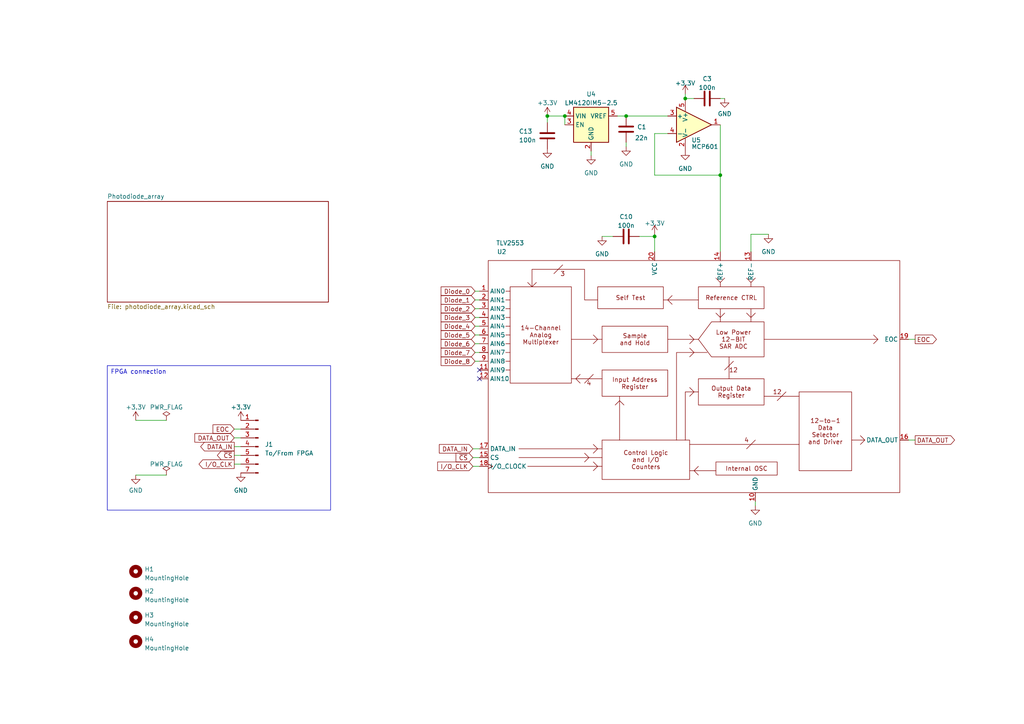
<source format=kicad_sch>
(kicad_sch (version 20230121) (generator eeschema)
  (paper "A4")
  (lib_symbols
    (symbol "Amplifier_Operational:MCP601-xOT" (pin_names (offset 0.127))
      (property "Reference" "U" (at -1.27 6.35 0))
      (property "Value" "MCP601-xOT" (at -1.27 3.81 0))
      (symbol "MCP601-xOT_0_1"
        (polyline (pts (xy -5.08 5.08) (xy 5.08 0) (xy -5.08 -5.08) (xy -5.08 5.08)) (stroke (width 0.254)) (fill (type background)))
        (pin power_in line (at -2.54 -7.62 90) (length 3.81) (name "V-") (number "2"))
        (pin power_in line (at -2.54 7.62 270) (length 3.81) (name "V+") (number "5"))
      )
      (symbol "MCP601-xOT_1_1"
        (pin output line (at 7.62 0 180) (length 2.54) (name "~") (number "1"))
        (pin input line (at -7.62 2.54 0) (length 2.54) (name "+") (number "3"))
        (pin input line (at -7.62 -2.54 0) (length 2.54) (name "-") (number "4"))
      )
    )
    (symbol "Connector:Conn_01x07_Pin" (pin_names (offset 1.016) hide)
      (property "Reference" "J" (at 0 10.16 0))
      (property "Value" "Conn_01x07_Pin" (at 0 -10.16 0))
      (symbol "Conn_01x07_Pin_1_1"
        (polyline (pts (xy 1.27 -7.62) (xy 0.8636 -7.62)) (stroke (width 0.1524)))
        (polyline (pts (xy 1.27 -5.08) (xy 0.8636 -5.08)) (stroke (width 0.1524)))
        (polyline (pts (xy 1.27 -2.54) (xy 0.8636 -2.54)) (stroke (width 0.1524)))
        (polyline (pts (xy 1.27 0) (xy 0.8636 0)) (stroke (width 0.1524)))
        (polyline (pts (xy 1.27 2.54) (xy 0.8636 2.54)) (stroke (width 0.1524)))
        (polyline (pts (xy 1.27 5.08) (xy 0.8636 5.08)) (stroke (width 0.1524)))
        (polyline (pts (xy 1.27 7.62) (xy 0.8636 7.62)) (stroke (width 0.1524)))
        (rectangle (start 0.8636 -7.493) (end 0 -7.747) (stroke (width 0.1524)) (fill (type outline)))
        (rectangle (start 0.8636 -4.953) (end 0 -5.207) (stroke (width 0.1524)) (fill (type outline)))
        (rectangle (start 0.8636 -2.413) (end 0 -2.667) (stroke (width 0.1524)) (fill (type outline)))
        (rectangle (start 0.8636 0.127) (end 0 -0.127) (stroke (width 0.1524)) (fill (type outline)))
        (rectangle (start 0.8636 2.667) (end 0 2.413) (stroke (width 0.1524)) (fill (type outline)))
        (rectangle (start 0.8636 5.207) (end 0 4.953) (stroke (width 0.1524)) (fill (type outline)))
        (rectangle (start 0.8636 7.747) (end 0 7.493) (stroke (width 0.1524)) (fill (type outline)))
        (pin passive line (at 5.08 7.62 180) (length 3.81) (name "Pin_1") (number "1"))
        (pin passive line (at 5.08 5.08 180) (length 3.81) (name "Pin_2") (number "2"))
        (pin passive line (at 5.08 2.54 180) (length 3.81) (name "Pin_3") (number "3"))
        (pin passive line (at 5.08 0 180) (length 3.81) (name "Pin_4") (number "4"))
        (pin passive line (at 5.08 -2.54 180) (length 3.81) (name "Pin_5") (number "5"))
        (pin passive line (at 5.08 -5.08 180) (length 3.81) (name "Pin_6") (number "6"))
        (pin passive line (at 5.08 -7.62 180) (length 3.81) (name "Pin_7") (number "7"))
      )
    )
    (symbol "Device:C" (pin_numbers hide) (pin_names (offset 0.254))
      (property "Reference" "C" (at 0.635 2.54 0))
      (property "Value" "C" (at 0.635 -2.54 0))
      (symbol "C_0_1"
        (polyline (pts (xy -2.032 -0.762) (xy 2.032 -0.762)) (stroke (width 0.508)))
        (polyline (pts (xy -2.032 0.762) (xy 2.032 0.762)) (stroke (width 0.508)))
      )
      (symbol "C_1_1"
        (pin passive line (at 0 3.81 270) (length 2.794) (name "~") (number "1"))
        (pin passive line (at 0 -3.81 90) (length 2.794) (name "~") (number "2"))
      )
    )
    (symbol "Mechanical:MountingHole" (pin_names (offset 1.016))
      (property "Reference" "H" (at 0 5.08 0))
      (property "Value" "MountingHole" (at 0 3.175 0))
      (symbol "MountingHole_0_1"
        (circle (center 0 0) (radius 1.27) (stroke (width 1.27)))
      )
    )
    (symbol "Reference_Voltage:LM4128"
      (property "Reference" "U" (at -5.08 6.35 0))
      (property "Value" "LM4128" (at 0 6.35 0))
      (symbol "LM4128_0_1"
        (rectangle (start -5.08 5.08) (end 5.08 -5.08) (stroke (width 0.254)) (fill (type background)))
      )
      (symbol "LM4128_1_1"
        (pin no_connect line (at 5.08 0 180) (length 2.54) hide (name "NC") (number "1"))
        (pin power_in line (at 0 -7.62 90) (length 2.54) (name "GND") (number "2"))
        (pin input line (at -7.62 0 0) (length 2.54) (name "EN") (number "3"))
        (pin power_in line (at -7.62 2.54 0) (length 2.54) (name "VIN") (number "4"))
        (pin power_out line (at 7.62 2.54 180) (length 2.54) (name "VREF") (number "5"))
      )
    )
    (symbol "power:+3.3V" (power) (pin_names (offset 0))
      (property "Value" "+3.3V" (at 0 3.556 0))
      (symbol "+3.3V_0_1"
        (polyline (pts (xy -0.762 1.27) (xy 0 2.54)))
        (polyline (pts (xy 0 0) (xy 0 2.54)))
        (polyline (pts (xy 0 2.54) (xy 0.762 1.27)))
      )
      (symbol "+3.3V_1_1"
        (pin power_in line (at 0 0 90) (length 0) hide (name "+3.3V") (number "1"))
      )
    )
    (symbol "power:GND" (power) (pin_names (offset 0))
      (property "Value" "GND" (at 0 -3.81 0))
      (symbol "GND_0_1"
        (polyline (pts (xy 0 0) (xy 0 -1.27) (xy 1.27 -1.27) (xy 0 -2.54) (xy -1.27 -1.27) (xy 0 -1.27)))
      )
      (symbol "GND_1_1"
        (pin power_in line (at 0 0 270) (length 0) hide (name "GND") (number "1"))
      )
    )
    (symbol "power:PWR_FLAG" (power) (pin_numbers hide) (pin_names (offset 0) hide)
      (property "Value" "PWR_FLAG" (at 0 3.81 0))
      (symbol "PWR_FLAG_0_0"
        (pin power_out line (at 0 0 90) (length 0) (name "pwr") (number "1"))
      )
      (symbol "PWR_FLAG_0_1"
        (polyline (pts (xy 0 0) (xy 0 1.27) (xy -1.016 1.905) (xy 0 2.54) (xy 1.016 1.905) (xy 0 1.27)))
      )
    )
    (symbol "tlv2553:TLV2553"
      (property "Reference" "U" (at -2.54 17.78 0))
      (property "Value" "TLV2553" (at 1.27 20.32 0))
      (symbol "TLV2553_0_0"
        (text_box "12-to-1\nData\nSelector\nand Driver" (at 81.28 -21.59 0) (size 15.24 -22.86) (effects (font (size 1.27 1.27))))
        (text_box "14-Channel\nAnalog\nMultiplexer" (at -2.54 8.89 0) (size 17.78 -27.94) (effects (font (size 1.27 1.27))))
        (text_box "Control Logic\nand I/O\nCounters" (at 24.13 -35.56 0) (size 25.4 -11.43) (effects (font (size 1.27 1.27))))
        (text_box "Input Address\nRegister\n" (at 24.13 -15.24 0) (size 19.05 -7.62) (effects (font (size 1.27 1.27))))
        (text_box "Internal OSC\n" (at 57.15 -41.91 0) (size 17.78 -3.81) (effects (font (size 1.27 1.27))))
        (text_box "Output Data\nRegister\n" (at 52.07 -17.78 0) (size 19.05 -7.62) (effects (font (size 1.27 1.27))))
        (text_box "Reference CTRL" (at 52.07 8.89 0) (size 19.05 -6.35) (effects (font (size 1.27 1.27))))
        (text_box "Sample\nand Hold" (at 24.13 -2.54 0) (size 19.05 -7.62) (effects (font (size 1.27 1.27))))
        (text_box "Self Test\n" (at 22.86 8.89 0) (size 19.05 -6.35) (effects (font (size 1.27 1.27))))
      )
      (symbol "TLV2553_1_1"
        (rectangle (start -8.89 16.51) (end 110.49 -50.8))
        (polyline (pts (xy -8.89 0) (xy -8.89 0)))
        (polyline (pts (xy -8.89 2.54) (xy -8.89 2.54)))
        (polyline (pts (xy -3.81 -15.24) (xy -2.54 -15.24)))
        (polyline (pts (xy -3.81 -12.7) (xy -2.54 -12.7)))
        (polyline (pts (xy -3.81 -10.16) (xy -2.54 -10.16)))
        (polyline (pts (xy -3.81 -7.62) (xy -2.54 -7.62)))
        (polyline (pts (xy -3.81 -5.08) (xy -2.54 -5.08)))
        (polyline (pts (xy -3.81 -2.54) (xy -2.54 -2.54)))
        (polyline (pts (xy -3.81 0) (xy -2.54 0)))
        (polyline (pts (xy -3.81 2.54) (xy -2.54 2.54)))
        (polyline (pts (xy -3.81 5.08) (xy -2.54 5.08)))
        (polyline (pts (xy -3.81 7.62) (xy -2.54 7.62)))
        (polyline (pts (xy 0 -40.64) (xy 24.13 -40.64)))
        (polyline (pts (xy 0 -38.1) (xy 24.13 -38.1)))
        (polyline (pts (xy 2.54 -43.18) (xy 24.13 -43.18)))
        (polyline (pts (xy 10.16 12.7) (xy 12.7 15.24)))
        (polyline (pts (xy 15.24 -6.35) (xy 24.13 -6.35)))
        (polyline (pts (xy 19.05 -19.05) (xy 21.59 -16.51)))
        (polyline (pts (xy 24.13 -17.78) (xy 15.24 -17.78)))
        (polyline (pts (xy 29.21 -35.56) (xy 29.21 -22.86)))
        (polyline (pts (xy 49.53 -36.83) (xy 81.28 -36.83)))
        (polyline (pts (xy 52.07 -6.35) (xy 43.18 -6.35)))
        (polyline (pts (xy 52.07 5.08) (xy 41.91 5.08)))
        (polyline (pts (xy 57.15 -44.45) (xy 49.53 -44.45)))
        (polyline (pts (xy 58.42 2.54) (xy 58.42 -1.27)))
        (polyline (pts (xy 58.42 10.16) (xy 58.42 8.89)))
        (polyline (pts (xy 59.69 -15.24) (xy 62.23 -12.7)))
        (polyline (pts (xy 60.96 -11.43) (xy 60.96 -17.78)))
        (polyline (pts (xy 66.04 -38.1) (xy 68.58 -35.56)))
        (polyline (pts (xy 67.31 2.54) (xy 67.31 -1.27)))
        (polyline (pts (xy 67.31 10.16) (xy 67.31 8.89)))
        (polyline (pts (xy 71.12 -22.86) (xy 81.28 -22.86)))
        (polyline (pts (xy 71.12 -6.35) (xy 104.14 -6.35)))
        (polyline (pts (xy 74.93 -24.13) (xy 77.47 -21.59)))
        (polyline (pts (xy 96.52 -35.56) (xy 100.33 -35.56)))
        (polyline (pts (xy 2.54 10.16) (xy 3.81 8.89) (xy 5.08 10.16)))
        (polyline (pts (xy 17.78 -16.51) (xy 16.51 -17.78) (xy 17.78 -19.05)))
        (polyline (pts (xy 19.05 -39.37) (xy 20.32 -40.64) (xy 19.05 -41.91)))
        (polyline (pts (xy 21.59 -41.91) (xy 22.86 -43.18) (xy 21.59 -44.45)))
        (polyline (pts (xy 21.59 -36.83) (xy 22.86 -38.1) (xy 21.59 -39.37)))
        (polyline (pts (xy 21.59 -5.08) (xy 22.86 -6.35) (xy 21.59 -7.62)))
        (polyline (pts (xy 27.94 -25.4) (xy 29.21 -24.13) (xy 30.48 -25.4)))
        (polyline (pts (xy 44.45 3.81) (xy 43.18 5.08) (xy 44.45 6.35)))
        (polyline (pts (xy 45.72 -35.56) (xy 45.72 -10.16) (xy 54.61 -10.16)))
        (polyline (pts (xy 48.26 -35.56) (xy 48.26 -21.59) (xy 52.07 -21.59)))
        (polyline (pts (xy 49.53 -20.32) (xy 50.8 -21.59) (xy 49.53 -22.86)))
        (polyline (pts (xy 49.53 -8.89) (xy 50.8 -10.16) (xy 49.53 -11.43)))
        (polyline (pts (xy 49.53 -5.08) (xy 50.8 -6.35) (xy 49.53 -7.62)))
        (polyline (pts (xy 52.07 -45.72) (xy 50.8 -44.45) (xy 52.07 -43.18)))
        (polyline (pts (xy 57.15 1.27) (xy 58.42 0) (xy 59.69 1.27)))
        (polyline (pts (xy 57.15 11.43) (xy 58.42 10.16) (xy 59.69 11.43)))
        (polyline (pts (xy 66.04 1.27) (xy 67.31 0) (xy 68.58 1.27)))
        (polyline (pts (xy 66.04 11.43) (xy 67.31 10.16) (xy 68.58 11.43)))
        (polyline (pts (xy 99.06 -34.29) (xy 100.33 -35.56) (xy 99.06 -36.83)))
        (polyline (pts (xy 102.87 -5.08) (xy 104.14 -6.35) (xy 102.87 -7.62)))
        (polyline (pts (xy 22.86 5.08) (xy 19.05 5.08) (xy 19.05 13.97) (xy 3.81 13.97) (xy 3.81 8.89)))
        (polyline (pts (xy 55.88 -1.27) (xy 71.12 -1.27) (xy 71.12 -11.43) (xy 55.88 -11.43) (xy 52.07 -6.35) (xy 55.88 -1.27)))
        (text "12" (at 74.93 -21.59 0) (effects (font (size 1.27 1.27))))
        (text "12\n" (at 62.23 -15.24 0) (effects (font (size 1.27 1.27))))
        (text "3\n" (at 12.7 12.7 0) (effects (font (size 1.27 1.27))))
        (text "4" (at 20.32 -19.05 0) (effects (font (size 1.27 1.27))))
        (text "4\n" (at 66.04 -35.56 0) (effects (font (size 1.27 1.27))))
        (text "Low Power\n12-BIT\nSAR ADC\n" (at 62.23 -6.35 0) (effects (font (size 1.27 1.27))))
        (pin input line (at -11.43 7.62 0) (length 2.54) (name "AIN0") (number "1"))
        (pin power_in line (at 68.58 -53.34 90) (length 2.54) (name "GND") (number "10"))
        (pin input line (at -11.43 -15.24 0) (length 2.54) (name "AIN9") (number "11"))
        (pin input line (at -11.43 -17.78 0) (length 2.54) (name "AIN10") (number "12"))
        (pin input line (at 67.31 19.05 270) (length 2.54) (name "REF-") (number "13"))
        (pin input line (at 58.42 19.05 270) (length 2.54) (name "REF+") (number "14"))
        (pin input line (at -11.43 -40.64 0) (length 2.54) (name "CS") (number "15"))
        (pin output line (at 113.03 -35.56 180) (length 2.54) (name "DATA_OUT") (number "16"))
        (pin input line (at -11.43 -38.1 0) (length 2.54) (name "DATA_IN") (number "17"))
        (pin input clock (at -11.43 -43.18 0) (length 2.54) (name "I/O_CLOCK") (number "18"))
        (pin output line (at 113.03 -6.35 180) (length 2.54) (name "EOC") (number "19"))
        (pin input line (at -11.43 5.08 0) (length 2.54) (name "AIN1") (number "2"))
        (pin power_in line (at 39.37 19.05 270) (length 2.54) (name "VCC") (number "20"))
        (pin input line (at -11.43 2.54 0) (length 2.54) (name "AIN2") (number "3"))
        (pin input line (at -11.43 0 0) (length 2.54) (name "AIN3") (number "4"))
        (pin input line (at -11.43 -2.54 0) (length 2.54) (name "AIN4") (number "5"))
        (pin input line (at -11.43 -5.08 0) (length 2.54) (name "AIN5") (number "6"))
        (pin input line (at -11.43 -7.62 0) (length 2.54) (name "AIN6") (number "7"))
        (pin input line (at -11.43 -10.16 0) (length 2.54) (name "AIN7") (number "8"))
        (pin input line (at -11.43 -12.7 0) (length 2.54) (name "AIN8") (number "9"))
      )
    )
  )
  (junction (at 163.83 33.655))
  (junction (at 181.61 33.655))
  (junction (at 198.755 28.575))
  (junction (at 208.915 50.8))
  (junction (at 158.75 33.655))
  (junction (at 189.865 68.58))
  (no_connect (at 139.065 107.315))
  (no_connect (at 139.065 109.855))
  (wire (pts (xy 137.795 102.235) (xy 139.065 102.235)))
  (wire (pts (xy 137.795 89.535) (xy 139.065 89.535)))
  (wire (pts (xy 217.805 67.945) (xy 222.885 67.945)))
  (wire (pts (xy 217.805 67.945) (xy 217.805 73.025)))
  (wire (pts (xy 208.915 50.8) (xy 208.915 73.025)))
  (wire (pts (xy 158.75 33.655) (xy 163.83 33.655)))
  (wire (pts (xy 189.865 50.8) (xy 208.915 50.8)))
  (wire (pts (xy 189.865 67.945) (xy 189.865 68.58)))
  (wire (pts (xy 137.795 84.455) (xy 139.065 84.455)))
  (wire (pts (xy 181.61 33.655) (xy 193.675 33.655)))
  (wire (pts (xy 181.61 41.275) (xy 181.61 42.545)))
  (wire (pts (xy 179.07 33.655) (xy 181.61 33.655)))
  (wire (pts (xy 39.37 121.92) (xy 48.26 121.92)))
  (wire (pts (xy 189.865 38.735) (xy 189.865 50.8)))
  (wire (pts (xy 263.525 98.425) (xy 265.43 98.425)))
  (wire (pts (xy 263.525 127.635) (xy 265.43 127.635)))
  (wire (pts (xy 137.795 99.695) (xy 139.065 99.695)))
  (wire (pts (xy 208.915 28.575) (xy 210.185 28.575)))
  (wire (pts (xy 137.16 130.175) (xy 139.065 130.175)))
  (wire (pts (xy 67.945 132.08) (xy 69.85 132.08)))
  (wire (pts (xy 137.16 132.715) (xy 139.065 132.715)))
  (wire (pts (xy 67.945 129.54) (xy 69.85 129.54)))
  (wire (pts (xy 137.16 135.255) (xy 139.065 135.255)))
  (wire (pts (xy 198.755 27.305) (xy 198.755 28.575)))
  (wire (pts (xy 67.945 127) (xy 69.85 127)))
  (wire (pts (xy 137.795 104.775) (xy 139.065 104.775)))
  (wire (pts (xy 171.45 43.815) (xy 171.45 45.085)))
  (wire (pts (xy 67.945 124.46) (xy 69.85 124.46)))
  (wire (pts (xy 137.795 94.615) (xy 139.065 94.615)))
  (wire (pts (xy 137.795 92.075) (xy 139.065 92.075)))
  (wire (pts (xy 163.83 33.655) (xy 163.83 36.195)))
  (wire (pts (xy 198.755 28.575) (xy 201.295 28.575)))
  (wire (pts (xy 189.865 68.58) (xy 189.865 73.025)))
  (wire (pts (xy 219.075 145.415) (xy 219.075 146.685)))
  (wire (pts (xy 193.675 38.735) (xy 189.865 38.735)))
  (wire (pts (xy 67.945 134.62) (xy 69.85 134.62)))
  (wire (pts (xy 174.625 68.58) (xy 177.8 68.58)))
  (wire (pts (xy 208.915 50.8) (xy 208.915 36.195)))
  (wire (pts (xy 158.75 33.655) (xy 158.75 35.56)))
  (wire (pts (xy 137.795 97.155) (xy 139.065 97.155)))
  (wire (pts (xy 185.42 68.58) (xy 189.865 68.58)))
  (wire (pts (xy 137.795 86.995) (xy 139.065 86.995)))
  (wire (pts (xy 39.37 137.795) (xy 48.26 137.795)))
  (text_box "FPGA connection" (at 31.115 106.045 0) (size 64.77 41.91) (effects (font (size 1.27 1.27)) (justify left top)))
  (global_label "EOC" (shape output) (at 265.43 98.425 0) (property "Intersheetrefs" "${INTERSHEET_REFS}" (effects hide)))
  (global_label "I{slash}O_CLK" (shape input) (at 137.16 135.255 180) (property "Intersheetrefs" "${INTERSHEET_REFS}" (effects hide)))
  (global_label "Diode_0" (shape input) (at 137.795 84.455 180) (property "Intersheetrefs" "${INTERSHEET_REFS}" (effects hide)))
  (global_label "DATA_IN" (shape input) (at 137.16 130.175 180) (property "Intersheetrefs" "${INTERSHEET_REFS}" (effects hide)))
  (global_label "Diode_1" (shape input) (at 137.795 86.995 180) (property "Intersheetrefs" "${INTERSHEET_REFS}" (effects hide)))
  (global_label "DATA_OUT" (shape output) (at 265.43 127.635 0) (property "Intersheetrefs" "${INTERSHEET_REFS}" (effects hide)))
  (global_label "~{CS}" (shape output) (at 67.945 132.08 180) (property "Intersheetrefs" "${INTERSHEET_REFS}" (effects hide)))
  (global_label "Diode_8" (shape input) (at 137.795 104.775 180) (property "Intersheetrefs" "${INTERSHEET_REFS}" (effects hide)))
  (global_label "~{CS}" (shape input) (at 137.16 132.715 180) (property "Intersheetrefs" "${INTERSHEET_REFS}" (effects hide)))
  (global_label "Diode_7" (shape input) (at 137.795 102.235 180) (property "Intersheetrefs" "${INTERSHEET_REFS}" (effects hide)))
  (global_label "I{slash}O_CLK" (shape output) (at 67.945 134.62 180) (property "Intersheetrefs" "${INTERSHEET_REFS}" (effects hide)))
  (global_label "Diode_2" (shape input) (at 137.795 89.535 180) (property "Intersheetrefs" "${INTERSHEET_REFS}" (effects hide)))
  (global_label "Diode_6" (shape input) (at 137.795 99.695 180) (property "Intersheetrefs" "${INTERSHEET_REFS}" (effects hide)))
  (global_label "Diode_4" (shape input) (at 137.795 94.615 180) (property "Intersheetrefs" "${INTERSHEET_REFS}" (effects hide)))
  (global_label "DATA_IN" (shape output) (at 67.945 129.54 180) (property "Intersheetrefs" "${INTERSHEET_REFS}" (effects hide)))
  (global_label "DATA_OUT" (shape input) (at 67.945 127 180) (property "Intersheetrefs" "${INTERSHEET_REFS}" (effects hide)))
  (global_label "Diode_5" (shape input) (at 137.795 97.155 180) (property "Intersheetrefs" "${INTERSHEET_REFS}" (effects hide)))
  (global_label "Diode_3" (shape input) (at 137.795 92.075 180) (property "Intersheetrefs" "${INTERSHEET_REFS}" (effects hide)))
  (global_label "EOC" (shape input) (at 67.945 124.46 180) (property "Intersheetrefs" "${INTERSHEET_REFS}" (effects hide)))
  (symbol (lib_id "power:GND") (at 219.075 146.685 0) (unit 1)
    (property "Reference" "#PWR06" (effects hide))
    (property "Value" "GND" (at 219.075 151.765 0))
  )
  (symbol (lib_id "Device:C") (at 158.75 39.37 0) (unit 1)
    (property "Reference" "C13" (at 150.495 38.1 0) (effects (justify left)))
    (property "Value" "100n" (at 150.495 40.64 0) (effects (justify left)))
    (property "Footprint" "Capacitor_SMD:C_0805_2012Metric_Pad1.18x1.45mm_HandSolder" (effects hide))
  )
  (symbol (lib_id "power:GND") (at 174.625 68.58 0) (unit 1)
    (property "Reference" "#PWR040" (effects hide))
    (property "Value" "GND" (at 174.625 73.66 0))
  )
  (symbol (lib_id "power:PWR_FLAG") (at 48.26 137.795 0) (unit 1)
    (property "Reference" "#FLG01" (effects hide))
    (property "Value" "PWR_FLAG" (at 48.26 134.62 0))
  )
  (symbol (lib_id "power:+3.3V") (at 158.75 33.655 0) (unit 1)
    (property "Reference" "#PWR011" (effects hide))
    (property "Value" "+3.3V" (at 158.75 29.845 0))
  )
  (symbol (lib_id "power:GND") (at 198.755 43.815 0) (unit 1)
    (property "Reference" "#PWR08" (effects hide))
    (property "Value" "GND" (at 198.755 48.895 0))
  )
  (symbol (lib_id "power:GND") (at 222.885 67.945 0) (unit 1)
    (property "Reference" "#PWR07" (effects hide))
    (property "Value" "GND" (at 222.885 73.025 0))
  )
  (symbol (lib_id "Device:C") (at 205.105 28.575 90) (unit 1)
    (property "Reference" "C3" (at 205.105 22.86 90))
    (property "Value" "100n" (at 205.105 25.4 90))
    (property "Footprint" "Capacitor_SMD:C_0805_2012Metric_Pad1.18x1.45mm_HandSolder" (effects hide))
  )
  (symbol (lib_id "power:+3.3V") (at 189.865 67.945 0) (unit 1)
    (property "Reference" "#PWR036" (effects hide))
    (property "Value" "+3.3V" (at 189.865 64.77 0))
  )
  (symbol (lib_id "Mechanical:MountingHole") (at 39.37 172.085 0) (unit 1)
    (property "Reference" "H2" (at 41.91 171.45 0) (effects (justify left)))
    (property "Value" "MountingHole" (at 41.91 173.99 0) (effects (justify left)))
    (property "Footprint" "MountingHole:MountingHole_3.2mm_M3" (effects hide))
  )
  (symbol (lib_id "power:GND") (at 171.45 45.085 0) (unit 1)
    (property "Reference" "#PWR010" (effects hide))
    (property "Value" "GND" (at 171.45 50.165 0))
  )
  (symbol (lib_id "tlv2553:TLV2553") (at 150.495 92.075 0) (unit 1)
    (property "Reference" "U2" (at 144.145 73.025 0) (effects (justify left)))
    (property "Value" "TLV2553" (at 147.955 70.485 0))
    (property "Footprint" "Package_SO:SOIC-20W_7.5x12.8mm_P1.27mm" (effects hide))
    (property "Mouser" "595-TLV2553IPWR" (effects hide))
  )
  (symbol (lib_id "power:+3.3V") (at 69.85 121.92 0) (unit 1)
    (property "Reference" "#PWR015" (effects hide))
    (property "Value" "+3.3V" (at 69.85 118.11 0))
  )
  (symbol (lib_id "power:GND") (at 158.75 43.18 0) (unit 1)
    (property "Reference" "#PWR047" (effects hide))
    (property "Value" "GND" (at 158.75 48.26 0))
  )
  (symbol (lib_id "Mechanical:MountingHole") (at 39.37 186.055 0) (unit 1)
    (property "Reference" "H4" (at 41.91 185.42 0) (effects (justify left)))
    (property "Value" "MountingHole" (at 41.91 187.96 0) (effects (justify left)))
    (property "Footprint" "MountingHole:MountingHole_3.2mm_M3" (effects hide))
  )
  (symbol (lib_id "power:PWR_FLAG") (at 48.26 121.92 0) (unit 1)
    (property "Reference" "#FLG02" (effects hide))
    (property "Value" "PWR_FLAG" (at 48.26 118.11 0))
  )
  (symbol (lib_id "Mechanical:MountingHole") (at 39.37 165.735 0) (unit 1)
    (property "Reference" "H1" (at 41.91 165.1 0) (effects (justify left)))
    (property "Value" "MountingHole" (at 41.91 167.64 0) (effects (justify left)))
    (property "Footprint" "MountingHole:MountingHole_3.2mm_M3" (effects hide))
  )
  (symbol (lib_id "power:GND") (at 69.85 137.16 0) (unit 1)
    (property "Reference" "#PWR014" (effects hide))
    (property "Value" "GND" (at 69.85 142.24 0))
  )
  (symbol (lib_id "Reference_Voltage:LM4128") (at 171.45 36.195 0) (unit 1)
    (property "Reference" "U4" (at 171.45 27.305 0))
    (property "Value" "LM4120IM5-2.5" (at 171.45 29.845 0))
    (property "Footprint" "Package_TO_SOT_SMD:SOT-23-5" (effects hide))
    (property "Datasheet" "http://www.ti.com/lit/ds/symlink/lm4128.pdf" (effects hide))
    (property "Mouser" "926-LM4120IM52.5NOPB" (effects hide))
  )
  (symbol (lib_id "power:GND") (at 181.61 42.545 0) (unit 1)
    (property "Reference" "#PWR09" (effects hide))
    (property "Value" "GND" (at 181.61 47.625 0))
  )
  (symbol (lib_id "Connector:Conn_01x07_Pin") (at 74.93 129.54 0) (mirror y) (unit 1)
    (property "Reference" "J1" (at 76.835 128.905 0) (effects (justify right)))
    (property "Value" "To/From FPGA" (at 76.835 131.445 0) (effects (justify right)))
    (property "Footprint" "Connector_PinHeader_1.27mm:PinHeader_1x07_P1.27mm_Vertical" (effects hide))
  )
  (symbol (lib_id "Device:C") (at 181.61 68.58 90) (unit 1)
    (property "Reference" "C10" (at 181.61 62.865 90))
    (property "Value" "100n" (at 181.61 65.405 90))
    (property "Footprint" "Capacitor_SMD:C_0805_2012Metric_Pad1.18x1.45mm_HandSolder" (effects hide))
  )
  (symbol (lib_id "power:GND") (at 39.37 137.795 0) (unit 1)
    (property "Reference" "#PWR017" (effects hide))
    (property "Value" "GND" (at 39.37 142.24 0))
  )
  (symbol (lib_id "Device:C") (at 181.61 37.465 0) (unit 1)
    (property "Reference" "C1" (at 184.785 36.83 0) (effects (justify left)))
    (property "Value" "22n" (at 184.15 40.005 0) (effects (justify left)))
    (property "Footprint" "Capacitor_SMD:C_0805_2012Metric_Pad1.18x1.45mm_HandSolder" (effects hide))
  )
  (symbol (lib_id "Mechanical:MountingHole") (at 39.37 179.07 0) (unit 1)
    (property "Reference" "H3" (at 41.91 178.435 0) (effects (justify left)))
    (property "Value" "MountingHole" (at 41.91 180.975 0) (effects (justify left)))
    (property "Footprint" "MountingHole:MountingHole_3.2mm_M3" (effects hide))
  )
  (symbol (lib_id "power:+3.3V") (at 39.37 121.92 0) (unit 1)
    (property "Reference" "#PWR016" (effects hide))
    (property "Value" "+3.3V" (at 39.37 118.11 0))
  )
  (symbol (lib_id "Amplifier_Operational:MCP601-xOT") (at 201.295 36.195 0) (unit 1)
    (property "Reference" "U5" (at 201.93 40.64 0))
    (property "Value" "MCP601" (at 204.47 42.545 0))
    (property "Footprint" "Package_TO_SOT_SMD:SOT-23-5" (effects hide))
    (property "Datasheet" "http://ww1.microchip.com/downloads/en/DeviceDoc/21314g.pdf" (effects hide))
  )
  (symbol (lib_id "power:GND") (at 210.185 28.575 0) (unit 1)
    (property "Reference" "#PWR013" (effects hide))
    (property "Value" "GND" (at 210.185 33.02 0))
  )
  (symbol (lib_id "power:+3.3V") (at 198.755 27.305 0) (unit 1)
    (property "Reference" "#PWR012" (effects hide))
    (property "Value" "+3.3V" (at 198.755 24.13 0))
  )
  (sheet (at 31.115 58.42) (size 64.135 29.21) (stroke (width 0.1524))
    (property "Sheetname" "Photodiode_array" (at 31.115 57.7084 0) (effects (justify left bottom)))
    (property "Sheetfile" "photodiode_array.kicad_sch" (at 31.115 88.2146 0) (effects (justify left top)))
  )
)
</source>
